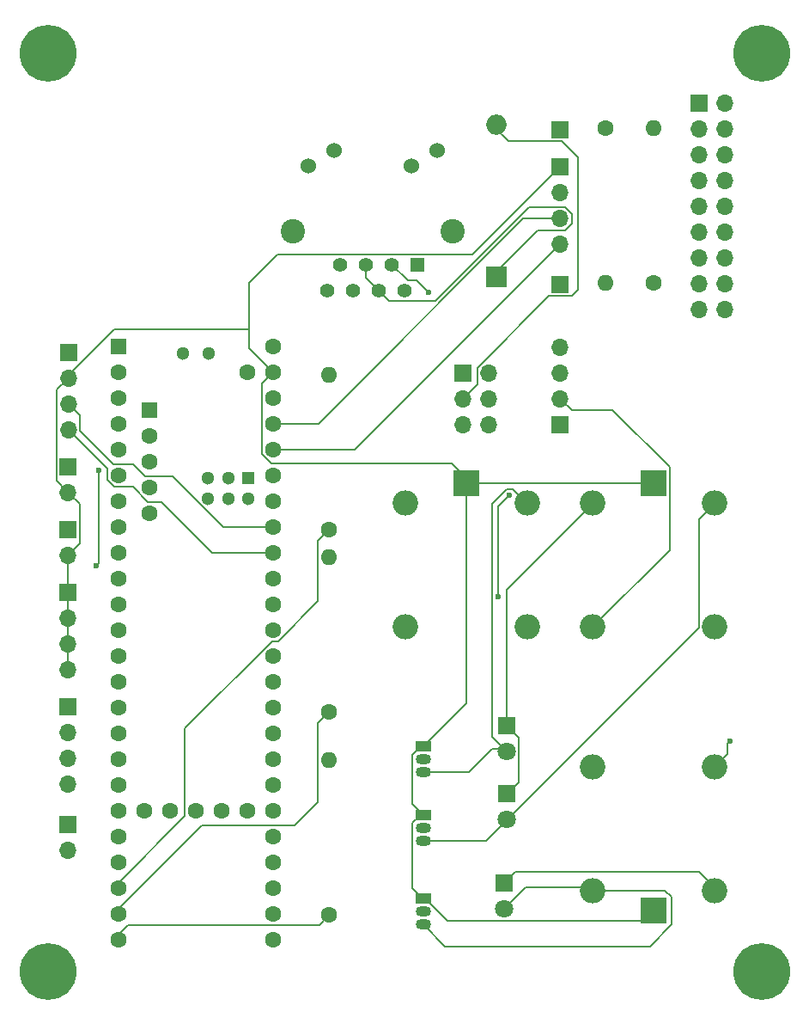
<source format=gbl>
%TF.GenerationSoftware,KiCad,Pcbnew,8.0.1*%
%TF.CreationDate,2024-05-05T15:46:41-04:00*%
%TF.ProjectId,Main,4d61696e-2e6b-4696-9361-645f70636258,0*%
%TF.SameCoordinates,Original*%
%TF.FileFunction,Copper,L2,Bot*%
%TF.FilePolarity,Positive*%
%FSLAX46Y46*%
G04 Gerber Fmt 4.6, Leading zero omitted, Abs format (unit mm)*
G04 Created by KiCad (PCBNEW 8.0.1) date 2024-05-05 15:46:41*
%MOMM*%
%LPD*%
G01*
G04 APERTURE LIST*
%TA.AperFunction,ComponentPad*%
%ADD10R,1.700000X1.700000*%
%TD*%
%TA.AperFunction,ComponentPad*%
%ADD11O,1.700000X1.700000*%
%TD*%
%TA.AperFunction,ComponentPad*%
%ADD12C,1.600000*%
%TD*%
%TA.AperFunction,ComponentPad*%
%ADD13O,1.600000X1.600000*%
%TD*%
%TA.AperFunction,ComponentPad*%
%ADD14R,1.500000X1.050000*%
%TD*%
%TA.AperFunction,ComponentPad*%
%ADD15O,1.500000X1.050000*%
%TD*%
%TA.AperFunction,ComponentPad*%
%ADD16C,5.600000*%
%TD*%
%TA.AperFunction,ComponentPad*%
%ADD17R,1.800000X1.800000*%
%TD*%
%TA.AperFunction,ComponentPad*%
%ADD18C,1.800000*%
%TD*%
%TA.AperFunction,ComponentPad*%
%ADD19R,2.500000X2.500000*%
%TD*%
%TA.AperFunction,ComponentPad*%
%ADD20O,2.500000X2.500000*%
%TD*%
%TA.AperFunction,ComponentPad*%
%ADD21R,1.600000X1.600000*%
%TD*%
%TA.AperFunction,ComponentPad*%
%ADD22R,1.300000X1.300000*%
%TD*%
%TA.AperFunction,ComponentPad*%
%ADD23C,1.300000*%
%TD*%
%TA.AperFunction,ComponentPad*%
%ADD24R,2.000000X2.000000*%
%TD*%
%TA.AperFunction,ComponentPad*%
%ADD25O,2.000000X2.000000*%
%TD*%
%TA.AperFunction,ComponentPad*%
%ADD26R,1.398000X1.398000*%
%TD*%
%TA.AperFunction,ComponentPad*%
%ADD27C,1.398000*%
%TD*%
%TA.AperFunction,ComponentPad*%
%ADD28C,1.530000*%
%TD*%
%TA.AperFunction,ComponentPad*%
%ADD29C,2.400000*%
%TD*%
%TA.AperFunction,ViaPad*%
%ADD30C,0.600000*%
%TD*%
%TA.AperFunction,Conductor*%
%ADD31C,0.200000*%
%TD*%
G04 APERTURE END LIST*
D10*
X96774000Y-74930000D03*
D11*
X96774000Y-77470000D03*
X96774000Y-80010000D03*
X96774000Y-82550000D03*
D12*
X122500000Y-92370000D03*
D13*
X122500000Y-77130000D03*
D10*
X158960000Y-50430000D03*
D11*
X161500000Y-50430000D03*
X158960000Y-52970000D03*
X161500000Y-52970000D03*
X158960000Y-55510000D03*
X161500000Y-55510000D03*
X158960000Y-58050000D03*
X161500000Y-58050000D03*
X158960000Y-60590000D03*
X161500000Y-60590000D03*
X158960000Y-63130000D03*
X161500000Y-63130000D03*
X158960000Y-65670000D03*
X161500000Y-65670000D03*
X158960000Y-68210000D03*
X161500000Y-68210000D03*
X158960000Y-70750000D03*
X161500000Y-70750000D03*
D12*
X122500000Y-130370000D03*
D13*
X122500000Y-115130000D03*
D12*
X154500000Y-68120000D03*
D13*
X154500000Y-52880000D03*
D10*
X96750000Y-109870000D03*
D11*
X96750000Y-112410000D03*
X96750000Y-114950000D03*
X96750000Y-117490000D03*
D14*
X131750000Y-120500000D03*
D15*
X131750000Y-121770000D03*
X131750000Y-123040000D03*
D10*
X145250000Y-56700000D03*
D11*
X145250000Y-59240000D03*
X145250000Y-61780000D03*
X145250000Y-64320000D03*
D14*
X131750000Y-128750000D03*
D15*
X131750000Y-130020000D03*
X131750000Y-131290000D03*
D10*
X145250000Y-53000000D03*
D12*
X149750000Y-52880000D03*
D13*
X149750000Y-68120000D03*
D14*
X131750000Y-113750000D03*
D15*
X131750000Y-115020000D03*
X131750000Y-116290000D03*
D10*
X145250000Y-68250000D03*
D16*
X94742000Y-135890000D03*
D17*
X140000000Y-111725000D03*
D18*
X140000000Y-114265000D03*
D10*
X96750000Y-98630000D03*
D11*
X96750000Y-101170000D03*
X96750000Y-103710000D03*
X96750000Y-106250000D03*
D10*
X145250000Y-82040000D03*
D11*
X145250000Y-79500000D03*
X145250000Y-76960000D03*
X145250000Y-74420000D03*
D17*
X139750000Y-127170000D03*
D18*
X139750000Y-129710000D03*
D17*
X140000000Y-118420000D03*
D18*
X140000000Y-120960000D03*
D10*
X96750000Y-86210000D03*
D11*
X96750000Y-88750000D03*
D16*
X165100000Y-45466000D03*
D19*
X154500000Y-129950000D03*
D20*
X160500000Y-127950000D03*
X160500000Y-115750000D03*
X148500000Y-115750000D03*
X148500000Y-127950000D03*
D19*
X154500000Y-87800000D03*
D20*
X148500000Y-89800000D03*
X148500000Y-102000000D03*
X160500000Y-102000000D03*
X160500000Y-89800000D03*
D21*
X101750000Y-74360000D03*
D12*
X101750000Y-76900000D03*
X101750000Y-79440000D03*
X101750000Y-81980000D03*
X101750000Y-84520000D03*
X101750000Y-87060000D03*
X101750000Y-89600000D03*
X101750000Y-92140000D03*
X101750000Y-94680000D03*
X101750000Y-97220000D03*
X101750000Y-99760000D03*
X101750000Y-102300000D03*
X101750000Y-104840000D03*
X101750000Y-107380000D03*
X101750000Y-109920000D03*
X101750000Y-112460000D03*
X101750000Y-115000000D03*
X101750000Y-117540000D03*
X101750000Y-120080000D03*
X101750000Y-122620000D03*
X101750000Y-125160000D03*
X101750000Y-127700000D03*
X101750000Y-130240000D03*
X101750000Y-132780000D03*
X116990000Y-132780000D03*
X116990000Y-130240000D03*
X116990000Y-127700000D03*
X116990000Y-125160000D03*
X116990000Y-122620000D03*
X116990000Y-120080000D03*
X116990000Y-117540000D03*
X116990000Y-115000000D03*
X116990000Y-112460000D03*
X116990000Y-109920000D03*
X116990000Y-107380000D03*
X116990000Y-104840000D03*
X116990000Y-102300000D03*
X116990000Y-99760000D03*
X116990000Y-97220000D03*
X116990000Y-94680000D03*
X116990000Y-92140000D03*
X116990000Y-89600000D03*
X116990000Y-87060000D03*
X116990000Y-84520000D03*
X116990000Y-81980000D03*
X116990000Y-79440000D03*
X116990000Y-76900000D03*
X116990000Y-74360000D03*
X114450000Y-76900000D03*
X104290000Y-120080000D03*
X106830000Y-120080000D03*
X109370000Y-120080000D03*
X111910000Y-120080000D03*
X114450000Y-120080000D03*
D21*
X104800800Y-80659200D03*
D12*
X104800800Y-83199200D03*
X104800800Y-85739200D03*
X104800800Y-88279200D03*
X104800800Y-90819200D03*
D22*
X114551600Y-87330000D03*
D23*
X112551600Y-87330000D03*
X110551600Y-87330000D03*
X110551600Y-89330000D03*
X112551600Y-89330000D03*
X114551600Y-89330000D03*
X110640000Y-75090000D03*
X108100000Y-75090000D03*
D10*
X96750000Y-92380000D03*
D11*
X96750000Y-94920000D03*
D19*
X136000000Y-87800000D03*
D20*
X130000000Y-89800000D03*
X130000000Y-102000000D03*
X142000000Y-102000000D03*
X142000000Y-89800000D03*
D24*
X138992500Y-67500000D03*
D25*
X138992500Y-52500000D03*
D12*
X122500000Y-110370000D03*
D13*
X122500000Y-95130000D03*
D16*
X165100000Y-135890000D03*
D10*
X135710000Y-76960000D03*
D11*
X138250000Y-76960000D03*
X135710000Y-79500000D03*
X138250000Y-79500000D03*
X135710000Y-82040000D03*
X138250000Y-82040000D03*
D16*
X94742000Y-45466000D03*
D26*
X131230000Y-66350000D03*
D27*
X129960000Y-68890000D03*
X128690000Y-66350000D03*
X127420000Y-68890000D03*
X126150000Y-66350000D03*
X124880000Y-68890000D03*
X123610000Y-66350000D03*
X122340000Y-68890000D03*
D28*
X133110000Y-55100000D03*
X130595000Y-56620000D03*
X122975000Y-55100000D03*
X120460000Y-56620000D03*
D29*
X118910000Y-63050000D03*
X134660000Y-63050000D03*
D10*
X96750000Y-121475000D03*
D11*
X96750000Y-124015000D03*
D30*
X162000000Y-113250000D03*
X139150000Y-99000000D03*
X140250000Y-89000000D03*
X132250000Y-69000000D03*
X99500000Y-96000000D03*
X99799265Y-86549265D03*
D31*
X112018097Y-92140000D02*
X116990000Y-92140000D01*
X107057297Y-87179200D02*
X112018097Y-92140000D01*
X101199999Y-85960000D02*
X103125965Y-85960000D01*
X97924000Y-82684001D02*
X101199999Y-85960000D01*
X103125965Y-85960000D02*
X104345165Y-87179200D01*
X97924000Y-81160000D02*
X97924000Y-82684001D01*
X96774000Y-80010000D02*
X97924000Y-81160000D01*
X104345165Y-87179200D02*
X107057297Y-87179200D01*
X104627965Y-89662000D02*
X105918000Y-89662000D01*
X103125965Y-88160000D02*
X104627965Y-89662000D01*
X101294365Y-88160000D02*
X103125965Y-88160000D01*
X105918000Y-89662000D02*
X110936000Y-94680000D01*
X100650000Y-87515635D02*
X101294365Y-88160000D01*
X110936000Y-94680000D02*
X116990000Y-94680000D01*
X100650000Y-86426000D02*
X100650000Y-87515635D01*
X96774000Y-82550000D02*
X100650000Y-86426000D01*
X101266000Y-72644000D02*
X114625000Y-72644000D01*
X96774000Y-77136000D02*
X101266000Y-72644000D01*
X96774000Y-77470000D02*
X96774000Y-77136000D01*
X114625000Y-72644000D02*
X114625000Y-74535000D01*
X114625000Y-68125000D02*
X114625000Y-72644000D01*
X95600000Y-78644000D02*
X95600000Y-87600000D01*
X96774000Y-77470000D02*
X95600000Y-78644000D01*
X95600000Y-87600000D02*
X96750000Y-88750000D01*
X136000000Y-87800000D02*
X136000000Y-87300000D01*
X136750000Y-88050000D02*
X137000000Y-87800000D01*
X115890000Y-78000000D02*
X116990000Y-76900000D01*
X137750000Y-87800000D02*
X154500000Y-87800000D01*
X97900000Y-93770000D02*
X96750000Y-94920000D01*
X116814365Y-85900000D02*
X115890000Y-84975635D01*
X135350000Y-86650000D02*
X136750000Y-88050000D01*
X130700000Y-127700000D02*
X130700000Y-121300000D01*
X116814365Y-85900000D02*
X134600000Y-85900000D01*
X136000000Y-87300000D02*
X134600000Y-85900000D01*
X131750000Y-128750000D02*
X130700000Y-127700000D01*
X154500000Y-129950000D02*
X153540000Y-130910000D01*
X96750000Y-94920000D02*
X96750000Y-106250000D01*
X131500000Y-120500000D02*
X131750000Y-120500000D01*
X131525000Y-113750000D02*
X130700000Y-114575000D01*
X137000000Y-87800000D02*
X137750000Y-87800000D01*
X136599000Y-65351000D02*
X117399000Y-65351000D01*
X117399000Y-65351000D02*
X114625000Y-68125000D01*
X153540000Y-130910000D02*
X134135000Y-130910000D01*
X145250000Y-56700000D02*
X136599000Y-65351000D01*
X136000000Y-87800000D02*
X136000000Y-109500000D01*
X134135000Y-130910000D02*
X131975000Y-128750000D01*
X114625000Y-74535000D02*
X116990000Y-76900000D01*
X130700000Y-119450000D02*
X131750000Y-120500000D01*
X97900000Y-93770000D02*
X97900000Y-89900000D01*
X131750000Y-113750000D02*
X131525000Y-113750000D01*
X97900000Y-89900000D02*
X96750000Y-88750000D01*
X131975000Y-128750000D02*
X131750000Y-128750000D01*
X130700000Y-121300000D02*
X131500000Y-120500000D01*
X153377500Y-130750000D02*
X154500000Y-129627500D01*
X130700000Y-114575000D02*
X130700000Y-119450000D01*
X134600000Y-85900000D02*
X135350000Y-86650000D01*
X115890000Y-84975635D02*
X115890000Y-78000000D01*
X136000000Y-109500000D02*
X131750000Y-113750000D01*
X136000000Y-87800000D02*
X137750000Y-87800000D01*
X140000000Y-118460000D02*
X141200000Y-117260000D01*
X140000000Y-111725000D02*
X141200000Y-112925000D01*
X141200000Y-112925000D02*
X141200000Y-117260000D01*
X140000000Y-98372500D02*
X140000000Y-111725000D01*
X158950000Y-126077500D02*
X140872500Y-126077500D01*
X148500000Y-89872500D02*
X140000000Y-98372500D01*
X140872500Y-126077500D02*
X140000000Y-126950000D01*
X160500000Y-127627500D02*
X158950000Y-126077500D01*
X139750000Y-129710000D02*
X141832500Y-127627500D01*
X155600000Y-127950000D02*
X148500000Y-127950000D01*
X131750000Y-131290000D02*
X133910000Y-133450000D01*
X154100000Y-133450000D02*
X156250000Y-131300000D01*
X156250000Y-131300000D02*
X156250000Y-128600000D01*
X156250000Y-128600000D02*
X155600000Y-127950000D01*
X133910000Y-133450000D02*
X154100000Y-133450000D01*
X141832500Y-127627500D02*
X148500000Y-127627500D01*
X161749999Y-114500001D02*
X160500000Y-115750000D01*
X161750000Y-113500000D02*
X161749999Y-114500001D01*
X162000000Y-113250000D02*
X161750000Y-113500000D01*
X145400000Y-54150000D02*
X140142500Y-54150000D01*
X135710000Y-79500000D02*
X137100000Y-78110000D01*
X137100000Y-78110000D02*
X137100000Y-76483654D01*
X144183654Y-69400000D02*
X146400000Y-69400000D01*
X146400000Y-69400000D02*
X147000000Y-68800000D01*
X140142500Y-54150000D02*
X138492500Y-52500000D01*
X137100000Y-76483654D02*
X144183654Y-69400000D01*
X147000000Y-68800000D02*
X147000000Y-55750000D01*
X147000000Y-55750000D02*
X145400000Y-54150000D01*
X131750000Y-123040000D02*
X137960000Y-123040000D01*
X137960000Y-123040000D02*
X158950000Y-102050000D01*
X158950000Y-91422500D02*
X160500000Y-89872500D01*
X158950000Y-102050000D02*
X158950000Y-91422500D01*
X146400000Y-80650000D02*
X150450000Y-80650000D01*
X156050000Y-94450000D02*
X148500000Y-102000000D01*
X145250000Y-79500000D02*
X146400000Y-80650000D01*
X150450000Y-80650000D02*
X156050000Y-86250000D01*
X156050000Y-86250000D02*
X156050000Y-94450000D01*
X139150000Y-90100000D02*
X140250000Y-89000000D01*
X139150000Y-99000000D02*
X139150000Y-90100000D01*
X136250000Y-116290000D02*
X138550000Y-113990000D01*
X140001471Y-88400000D02*
X138550000Y-89851471D01*
X138550000Y-89851471D02*
X138550000Y-112815000D01*
X142000000Y-89800000D02*
X140600000Y-88400000D01*
X138550000Y-112815000D02*
X140000000Y-114265000D01*
X138550000Y-113990000D02*
X139725000Y-113990000D01*
X136250000Y-116290000D02*
X131750000Y-116290000D01*
X139725000Y-113990000D02*
X140000000Y-114265000D01*
X140600000Y-88400000D02*
X140001471Y-88400000D01*
X145726346Y-62930000D02*
X143062500Y-62930000D01*
X127420000Y-68890000D02*
X128419000Y-69889000D01*
X128419000Y-69889000D02*
X132937814Y-69889000D01*
X143062500Y-62930000D02*
X138492500Y-67500000D01*
X142196814Y-60630000D02*
X145726346Y-60630000D01*
X126150000Y-66350000D02*
X126150000Y-67620000D01*
X126150000Y-67620000D02*
X127420000Y-68890000D01*
X146400000Y-62256346D02*
X145726346Y-62930000D01*
X146400000Y-61303654D02*
X146400000Y-62256346D01*
X132937814Y-69889000D02*
X142196814Y-60630000D01*
X145726346Y-60630000D02*
X146400000Y-61303654D01*
X145250000Y-61780000D02*
X141612500Y-61780000D01*
X141612500Y-61780000D02*
X121412500Y-81980000D01*
X121412500Y-81980000D02*
X116990000Y-81980000D01*
X116990000Y-84520000D02*
X125050000Y-84520000D01*
X125050000Y-84520000D02*
X145250000Y-64320000D01*
X128690000Y-66350000D02*
X130231000Y-67891000D01*
X131141000Y-67891000D02*
X132250000Y-69000000D01*
X130231000Y-67891000D02*
X131141000Y-67891000D01*
X121530000Y-131340000D02*
X102635000Y-131340000D01*
X102635000Y-131340000D02*
X101630000Y-132345000D01*
X122500000Y-130370000D02*
X121530000Y-131340000D01*
X121400000Y-111470000D02*
X122500000Y-110370000D01*
X101630000Y-129805000D02*
X109915000Y-121520000D01*
X121400000Y-119210635D02*
X121400000Y-111470000D01*
X109915000Y-121520000D02*
X119090635Y-121520000D01*
X119090635Y-121520000D02*
X121400000Y-119210635D01*
X101630000Y-127265000D02*
X108270000Y-120625000D01*
X117445635Y-103400000D02*
X121400000Y-99445635D01*
X121400000Y-93470000D02*
X122500000Y-92370000D01*
X108270000Y-111980000D02*
X116850000Y-103400000D01*
X121400000Y-99445635D02*
X121400000Y-93470000D01*
X108270000Y-120625000D02*
X108270000Y-111980000D01*
X116850000Y-103400000D02*
X117445635Y-103400000D01*
X99799265Y-86549265D02*
X99799265Y-95700735D01*
X99799265Y-95700735D02*
X99500000Y-96000000D01*
M02*

</source>
